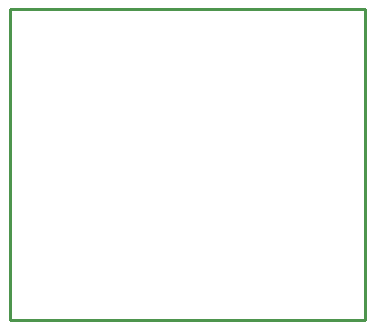
<source format=gko>
G04*
G04 #@! TF.GenerationSoftware,Altium Limited,Altium Designer,18.1.7 (191)*
G04*
G04 Layer_Color=16711935*
%FSLAX24Y24*%
%MOIN*%
G70*
G01*
G75*
%ADD12C,0.0100*%
D12*
X52362Y17795D02*
X64173D01*
Y28150D01*
X52362D02*
X64173D01*
X52362Y17795D02*
Y28150D01*
M02*

</source>
